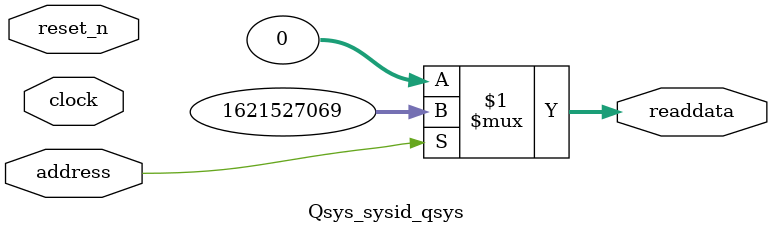
<source format=v>



// synthesis translate_off
`timescale 1ns / 1ps
// synthesis translate_on

// turn off superfluous verilog processor warnings 
// altera message_level Level1 
// altera message_off 10034 10035 10036 10037 10230 10240 10030 

module Qsys_sysid_qsys (
               // inputs:
                address,
                clock,
                reset_n,

               // outputs:
                readdata
             )
;

  output  [ 31: 0] readdata;
  input            address;
  input            clock;
  input            reset_n;

  wire    [ 31: 0] readdata;
  //control_slave, which is an e_avalon_slave
  assign readdata = address ? 1621527069 : 0;

endmodule



</source>
